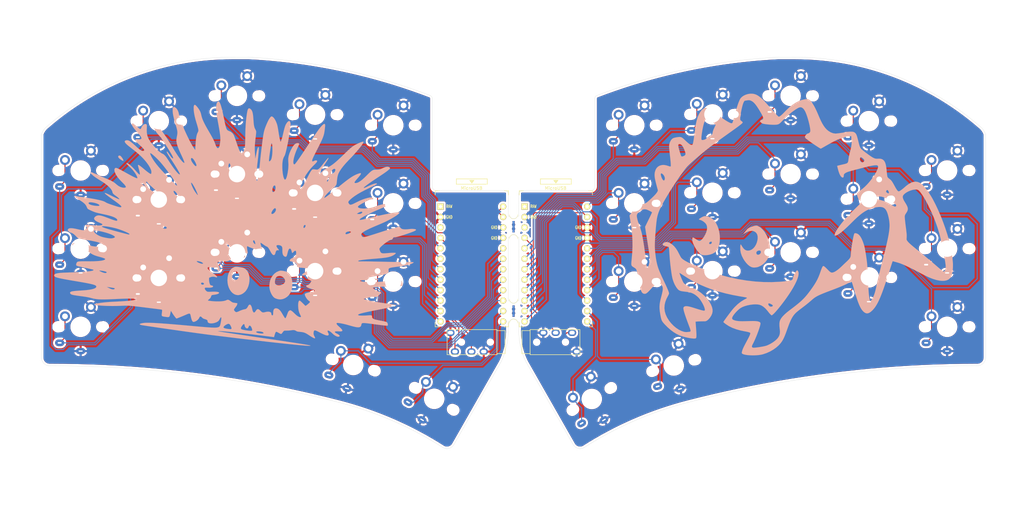
<source format=kicad_pcb>
(kicad_pcb (version 20211014) (generator pcbnew)
  (layers (0 "F.Cu" signal) (31 "B.Cu" signal) (34 "B.Paste" user) (35 "F.Paste" user) (36 "B.SilkS" user "B.Silkscreen") (37 "F.SilkS" user "F.Silkscreen") (38 "B.Mask" user) (39 "F.Mask" user) (44 "Edge.Cuts" user))
  (net 0 "")
  (net 1 "gnd")
  (net 2 "vcc")
  (net 3 "Switch18")
  (net 4 "reset")
  (net 5 "Switch1")
  (net 6 "Switch2")
  (net 7 "Switch3")
  (net 8 "Switch4")
  (net 9 "Switch5")
  (net 10 "Switch6")
  (net 11 "Switch7")
  (net 12 "Switch8")
  (net 13 "Switch9")
  (net 14 "Switch10")
  (net 15 "Switch11")
  (net 16 "Switch12")
  (net 17 "Switch13")
  (net 18 "Switch14")
  (net 19 "Switch15")
  (net 20 "Switch16")
  (net 21 "Switch17")
  (net 22 "raw")
  (net 23 "Switch18_r")
  (net 24 "reset_r")
  (net 25 "Switch9_r")
  (net 26 "Switch10_r")
  (net 27 "Switch11_r")
  (net 28 "Switch12_r")
  (net 29 "Switch13_r")
  (net 30 "Switch14_r")
  (net 31 "Switch15_r")
  (net 32 "Switch16_r")
  (net 33 "Switch17_r")
  (net 34 "Switch1_r")
  (net 35 "Switch2_r")
  (net 36 "Switch3_r")
  (net 37 "Switch4_r")
  (net 38 "Switch5_r")
  (net 39 "Switch6_r")
  (net 40 "Switch7_r")
  (net 41 "Switch8_r")
  (footprint "Kailh:keyswitch_cherrymx_alps_choc12_1u" (layer "F.Cu") (at 45 77)
    (fp_text reference "SW2" hide)
    (fp_text value "SW_Push" hide)
  )
  (footprint "Kailh:keyswitch_cherrymx_alps_choc12_1u" (layer "F.Cu") (at 64 65)
    (fp_text reference "SW3" hide)
    (fp_text value "SW_Push" hide)
  )
  (footprint "Kailh:keyswitch_cherrymx_alps_choc12_1u" (layer "F.Cu") (at 83 58.86)
    (fp_text reference "SW4" hide)
    (fp_text value "SW_Push" hide)
  )
  (footprint "Kailh:keyswitch_cherrymx_alps_choc12_1u" (layer "F.Cu") (at 101.994 63.432)
    (fp_text reference "SW5" hide)
    (fp_text value "SW_Push" hide)
  )
  (footprint "Kailh:keyswitch_cherrymx_alps_choc12_1u" (layer "F.Cu") (at 121 66)
    (fp_text reference "SW6" hide)
    (fp_text value "SW_Push" hide)
  )
  (footprint "Kailh:keyswitch_cherrymx_alps_choc12_1u" (layer "F.Cu") (at 45 96)
    (fp_text reference "SW8" hide)
    (fp_text value "SW_Push" hide)
  )
  (footprint "Kailh:keyswitch_cherrymx_alps_choc12_1u" (layer "F.Cu") (at 64 84.074)
    (fp_text reference "SW9" hide)
    (fp_text value "SW_Push" hide)
  )
  (footprint "Kailh:keyswitch_cherrymx_alps_choc12_1u" (layer "F.Cu") (at 83 77.878)
    (fp_text reference "SW10" hide)
    (fp_text value "SW_Push" hide)
  )
  (footprint "Kailh:keyswitch_cherrymx_alps_choc12_1u" (layer "F.Cu") (at 102 82.45)
    (fp_text reference "SW11" hide)
    (fp_text value "SW_Push" hide)
  )
  (footprint "Kailh:keyswitch_cherrymx_alps_choc12_1u" (layer "F.Cu") (at 120.98 84.99)
    (fp_text reference "SW12" hide)
    (fp_text value "SW_Push" hide)
  )
  (footprint "Kailh:keyswitch_cherrymx_alps_choc12_1u" (layer "F.Cu") (at 45 115)
    (fp_text reference "SW14" hide)
    (fp_text value "SW_Push" hide)
  )
  (footprint "Kailh:keyswitch_cherrymx_alps_choc12_1u" (layer "F.Cu") (at 64.008 103.124)
    (fp_text reference "SW15" hide)
    (fp_text value "SW_Push" hide)
  )
  (footprint "Kailh:keyswitch_cherrymx_alps_choc12_1u" (layer "F.Cu") (at 83 96.896)
    (fp_text reference "SW16" hide)
    (fp_text value "SW_Push" hide)
  )
  (footprint "Kailh:keyswitch_cherrymx_alps_choc12_1u" (layer "F.Cu") (at 102 101.468)
    (fp_text reference "SW17" hide)
    (fp_text value "SW_Push" hide)
  )
  (footprint "Kailh:keyswitch_cherrymx_alps_choc12_1u" (layer "F.Cu") (at 130.95 132.504 -30)
    (fp_text reference "SW20" hide)
    (fp_text value "SW_Push" hide)
  )
  (footprint "Kailh:keyswitch_cherrymx_alps_choc12_1u" (layer "F.Cu") (at 111.272 124.288 -15)
    (fp_text reference "SW21" hide)
    (fp_text value "SW_Push" hide)
  )
  (footprint "Kailh:keyswitch_cherrymx_alps_choc12_1u" (layer "F.Cu") (at 120.98 104.008)
    (fp_text reference "SW18" hide)
    (fp_text value "SW_Push" hide)
  )
  (footprint "kbd:ProMicro_v3_min" (layer "F.Cu") (at 140.094 100.246)
    (fp_text reference "U1" hide)
    (fp_text value "ProMicro-kbd" hide)
  )
  (footprint "Kailh:TRRS-PJ-DPB2" (layer "F.Cu") (at 154.26784 118.734 90)
    (fp_text reference "J1")
    (fp_text value "AudioJack4dpb" hide)
  )
  (footprint "Kailh:keyswitch_cherrymx_alps_choc12_1u" (layer "F.Cu") (at 198.58584 82.418)
    (fp_text reference "SW11_r1" hide)
    (fp_text value "SW_Push" hide)
  )
  (footprint "Kailh:keyswitch_cherrymx_alps_choc12_1u" (layer "F.Cu") (at 255.63184 115)
    (fp_text reference "SW13_r1" hide)
    (fp_text value "SW_Push" hide)
  )
  (footprint "Kailh:keyswitch_cherrymx_alps_choc12_1u" (layer "F.Cu") (at 217.58784 96.896)
    (fp_text reference "SW15_r1" hide)
    (fp_text value "SW_Push" hide)
  )
  (footprint "Kailh:keyswitch_cherrymx_alps_choc12_1u" (layer "F.Cu") (at 198.58584 101.468)
    (fp_text reference "SW16_r1" hide)
    (fp_text value "SW_Push" hide)
  )
  (footprint "Kailh:keyswitch_cherrymx_alps_choc12_1u" (layer "F.Cu") (at 198.58584 63.368)
    (fp_text reference "SW5_r1" hide)
    (fp_text value "SW_Push" hide)
  )
  (footprint "Kailh:keyswitch_cherrymx_alps_choc12_1u" (layer "F.Cu") (at 236.61384 65)
    (fp_text reference "SW3_r1" hide)
    (fp_text value "SW_Push" hide)
  )
  (footprint "Kailh:keyswitch_cherrymx_alps_choc12_1u" (layer "F.Cu") (at 217.58784 58.86)
    (fp_text reference "SW4_r1" hide)
    (fp_text value "SW_Push" hide)
  )
  (footprint "Kailh:keyswitch_cherrymx_alps_choc12_1u" (layer "F.Cu") (at 236.61384 83.974)
    (fp_text reference "SW8_r1" hide)
    (fp_text value "SW_Push" hide)
  )
  (footprint "Kailh:keyswitch_cherrymx_alps_choc12_1u" (layer "F.Cu") (at 217.58784 77.878)
    (fp_text reference "SW9_r1" hide)
    (fp_text value "SW_Push" hide)
  )
  (footprint "Kailh:keyswitch_cherrymx_alps_choc12_1u" (layer "F.Cu") (at 236.61384 102.992)
    (fp_text reference "SW18_r1" hide)
    (fp_text value "SW_Push" hide)
  )
  (footprint "Kailh:keyswitch_cherrymx_alps_choc12_1u" (layer "F.Cu") (at 179.58584 84.99)
    (fp_text reference "SW12_r1" hide)
    (fp_text value "SW_Push" hide)
  )
  (footprint "Kailh:keyswitch_cherrymx_alps_choc12_1u" (layer "F.Cu") (at 255.63184 96)
    (fp_text reference "SW7_r1" hide)
    (fp_text value "SW_Push" hide)
  )
  (footprint "Kailh:keyswitch_cherrymx_alps_choc12_1u" (layer "F.Cu") (at 255.63184 77)
    (fp_text reference "SW2_r1" hide)
    (fp_text value "SW_Push" hide)
  )
  (footprint "Kailh:keyswitch_cherrymx_alps_choc12_1u" (layer "F.Cu") (at 179.58584 66)
    (fp_text reference "SW6_r1" hide)
    (fp_text value "SW_Push" hide)
  )
  (footprint "Kailh:keyswitch_cherrymx_alps_choc12_1u" (layer "F.Cu") (at 169.251 132.542 30)
    (fp_text reference "SW20_r1" hide)
    (fp_text value "SW_Push" hide)
  )
  (footprint "Kailh:keyswitch_cherrymx_alps_choc12_1u" (layer "F.Cu") (at 179.58584 104.008)
    (fp_text reference "SW17_r1" hide)
    (fp_text value "SW_Push" hide)
  )
  (footprint "Kailh:keyswitch_cherrymx_alps_choc12_1u" (layer "F.Cu") (at 189.17984 124.41 15)
    (fp_text reference "SW21_r1" hide)
    (fp_text value "SW_Push" hide)
  )
  (footprint "kbd:ProMicro_v3_min" (layer "F.Cu") (at 160.51784 100.246)
    (fp_text reference "U2" hide)
    (fp_text value "ProMicro-kbd" hide)
  )
  (footprint "Duckyb-Parts:mouse-bite-5mm-slot-with-space-for-track" (layer "F.Cu") (at 150.241 90.678)
    (fp_text reference "mouse-bite-5mm-slot" hide)
    (fp_text value "VAL**" hide)
  )
  (footprint "Duckyb-Parts:mouse-bite-5mm-slot-with-space-for-track" (layer "F.Cu") (at 150.241 111.1885)
    (fp_text reference "mouse-bite-5mm-slot" hide)
    (fp_text value "VAL**" hide)
  )
  (footprint "Kailh:TRRS-PJ-DPB2" (layer "F.Cu") (at 146.19 118.734 -90)
    (fp_text reference "J2")
    (fp_text value "AudioJack4dpb" hide)
  )
  (footprint "silkscreens:unsafe_rust" (layer "B.Cu") (at 85.12 91.95 172)
    (fp_text reference "G***" hide)
    (fp_text value "LOGO" hide)
  )
  (footprint "silkscreens:safe_rust" (layer "B.Cu") (at 214.327152 84.867888 -171)
    (fp_text reference "G***" hide)
    (fp_text value "LOGO" hide)
  )
  (gr_arc (start 148.162 81.866) (mid 148.69233 82.08567) (end 148.912 82.616) (layer "Edge.Cuts") (width 0.05))
  (gr_line (start 148.912 93.218) (end 148.912 101.262) (layer "Edge.Cuts") (width 0.05))
  (gr_line (start 131.458 81.868917) (end 148.162 81.866) (layer "Edge.Cuts") (width 0.05))
  (gr_line (start 147.161679 123.613657) (end 135.71 143.699265) (layer "Edge.Cuts") (width 0.05))
  (gr_arc (start 148.924 116.248) (mid 148.462831 120.031316) (end 147.161679 123.613657) (layer "Edge.Cuts") (width 0.05))
  (gr_line (start 148.912 82.616) (end 148.924 88.11) (layer "Edge.Cuts") (width 0.05))
  (gr_line (start 149.2885 88.11) (end 148.924 88.11) (layer "Edge.Cuts") (width 0.05))
  (gr_line (start 149.2885 93.218) (end 148.912 93.218) (layer "Edge.Cuts") (width 0.05))
  (gr_line (start 149.2885 108.628) (end 148.924 108.628) (layer "Edge.Cuts") (width 0.05))
  (gr_line (start 149.2885 113.7285) (end 148.912 113.7285) (layer "Edge.Cuts") (width 0.05))
  (gr_line (start 148.912 101.262) (end 148.924 108.628) (layer "Edge.Cuts") (width 0.05))
  (gr_line (start 148.912 113.7285) (end 148.924 116.248) (layer "Edge.Cuts") (width 0.05))
  (gr_arc (start 131.458 81.868917) (mid 130.750893 81.576024) (end 130.458 80.868917) (layer "Edge.Cuts") (width 0.05))
  (gr_line (start 130.458 80.868917) (end 130.463 59.473) (layer "Edge.Cuts") (width 0.05))
  (gr_arc (start 35.465859 68.23732) (mid 36.022742 67.119147) (end 36.893 66.223) (layer "Edge.Cuts") (width 0.05))
  (gr_arc (start 85.843227 49.463504) (mid 108.303644 52.385453) (end 130.028245 58.79247) (layer "Edge.Cuts") (width 0.05))
  (gr_line (start 37.768 124.474571) (end 37.493002 124.473917) (layer "Edge.Cuts") (width 0.05))
  (gr_arc (start 107.797707 133.384137) (mid 120.821222 137.841207) (end 132.978 144.298) (layer "Edge.Cuts") (width 0.05))
  (gr_arc (start 37.768 124.474571) (mid 73.062993 126.727903) (end 107.798171 133.38233) (layer "Edge.Cuts") (width 0.05))
  (gr_arc (start 37.493002 124.473917) (mid 36.080534 123.924716) (end 35.458001 122.542999) (layer "Edge.Cuts") (width 0.05))
  (gr_arc (start 135.71 143.699265) (mid 134.468995 144.56898) (end 132.978 144.298) (layer "Edge.Cuts") (width 0.05))
  (gr_arc (start 130.028245 58.79247) (mid 130.345034 59.069226) (end 130.463 59.473) (layer "Edge.Cuts") (width 0.05))
  (gr_line (start 35.465859 68.23732) (end 35.458001 122.542999) (layer "Edge.Cuts") (width 0.05))
  (gr_line (start 85.843124 49.465561) (end 81.868 49.468) (layer "Edge.Cuts") (width 0.05))
  (gr_arc (start 36.894611 66.224861) (mid 57.871135 53.793316) (end 81.868 49.468) (layer "Edge.Cuts") (width 0.05))
  (gr_line (start 168.99984 81.868917) (end 152.29584 81.866) (layer "Edge.Cuts") (width 0.05))
  (gr_line (start 151.54584 113.7285) (end 151.53384 116.248) (layer "Edge.Cuts") (width 0.05))
  (gr_line (start 153.280536 123.57215) (end 164.74784 143.699265) (layer "Edge.Cuts") (width 0.05))
  (gr_line (start 264.991981 68.23732) (end 264.999839 122.542999) (layer "Edge.Cuts") (width 0.05))
  (gr_line (start 214.614716 49.465561) (end 218.58984 49.468) (layer "Edge.Cuts") (width 0.05))
  (gr_line (start 151.54584 101.262) (end 151.53384 108.628) (layer "Edge.Cuts") (width 0.05))
  (gr_arc (start 151.54584 82.616) (mid 151.76551 82.08567) (end 152.29584 81.866) (layer "Edge.Cuts") (width 0.05))
  (gr_line (start 151.54584 93.218) (end 151.54584 101.262) (layer "Edge.Cuts") (width 0.05))
  (gr_arc (start 167.47984 144.298) (mid 179.636618 137.841207) (end 192.660133 133.384137) (layer "Edge.Cuts") (width 0.05))
  (gr_arc (start 218.58984 49.468) (mid 242.586705 53.793316) (end 263.563229 66.224861) (layer "Edge.Cuts") (width 0.05))
  (gr_arc (start 192.659669 133.38233) (mid 227.394847 126.727903) (end 262.68984 124.474571) (layer "Edge.Cuts") (width 0.05))
  (gr_arc (start 167.47984 144.298) (mid 165.988845 144.56898) (end 164.74784 143.699265) (layer "Edge.Cuts") (width 0.05))
  (gr_arc (start 153.280536 123.57215) (mid 151.990927 120.009347) (end 151.53384 116.248) (layer "Edge.Cuts") (width 0.05))
  (gr_line (start 151.54584 82.616) (end 151.53384 88.11) (layer "Edge.Cuts") (width 0.05))
  (gr_arc (start 169.99984 80.868917) (mid 169.706947 81.576024) (end 168.99984 81.868917) (layer "Edge.Cuts") (width 0.05))
  (gr_line (start 169.99984 80.868917) (end 169.99484 59.473) (layer "Edge.Cuts") (width 0.05))
  (gr_arc (start 263.56484 66.223) (mid 264.435099 67.119147) (end 264.991981 68.23732) (layer "Edge.Cuts") (width 0.05))
  (gr_arc (start 170.429595 58.79247) (mid 192.154196 52.385453) (end 214.614613 49.463504) (layer "Edge.Cuts") (width 0.05))
  (gr_line (start 262.68984 124.474571) (end 262.964838 124.473917) (layer "Edge.Cuts") (width 0.05))
  (gr_arc (start 264.999839 122.542999) (mid 264.377307 123.924716) (end 262.964838 124.473917) (layer "Edge.Cuts") (width 0.05))
  (gr_arc (start 169.99484 59.473) (mid 170.112806 59.069226) (end 170.429595 58.79247) (layer "Edge.Cuts") (width 0.05))
  (gr_line (start 151.53384 88.11) (end 151.1935 88.11) (layer "Edge.Cuts") (width 0.05))
  (gr_arc (start 151.193499 108.628) (mid 150.241 109.285937) (end 149.288501 108.627999) (layer "Edge.Cuts") (width 0.05))
  (gr_line (start 151.54584 113.7285) (end 151.1935 113.7285) (layer "Edge.Cuts") (width 0.05))
  (gr_line (start 151.54584 93.218) (end 151.1935 93.218) (layer "Edge.Cuts") (width 0.05))
  (gr_arc (start 149.288501 113.7285) (mid 150.241 113.083627) (end 151.193499 113.728501) (layer "Edge.Cuts") (width 0.05))
  (gr_arc (start 149.288501 93.218) (mid 150.241 92.573127) (end 151.193499 93.218001) (layer "Edge.Cuts") (width 0.05))
  (gr_arc (start 151.193499 88.11) (mid 150.241 88.772807) (end 149.288501 88.109999) (layer "Edge.Cuts") (width 0.05))
  (gr_line (start 151.53384 108.628) (end 151.1935 108.628) (layer "Edge.Cuts") (width 0.05))
  (segment (start 154.59 95.06876) (end 152.90924 93.388) (width 0.25) (layer "F.Cu") (net 2))
  (segment (start 135.99 118.08) (end 136.92 117.15) (width 0.25) (layer "F.Cu") (net 2))
  (segment (start 155.29 119.99) (end 154.59 119.29) (width 0.25) (layer "F.Cu") (net 2))
  (segment (start 134.19 112.3) (end 134.19 95.0926) (width 0.25) (layer "F.Cu") (net 2))
  (segment (start 159.65 119.99) (end 155.29 119.99) (width 0.25) (layer "F.Cu") (net 2))
  (segment (start 164.46784 116.434) (end 163.206 116.434) (width 0.25) (layer "F.Cu") (net 2))
  (segment (start 134.19 95.0926) (end 132.4854 93.388) (width 0.25) (layer "F.Cu") (net 2))
  (segment (start 136.92 117.15) (end 136.92 115.03) (width 0.25) (layer "F.Cu") (net 2))
  (segment (start 136.92 115.03) (end 134.19 112.3) (width 0.25) (layer "F.Cu") (net 2))
  (segment (start 135.99 121.034) (end 135.99 118.08) (width 0.25) (layer "F.Cu") (net 2))
  (segment (start 163.206 116.434) (end 159.65 119.99) (width 0.25) (layer "F.Cu") (net 2))
  (segment (start 154.59 119.29) (end 154.59 95.06876) (width 0.25) (layer "F.Cu") (net 2))
  (segment (start 139.99 117.463604) (end 139.99 121.034) (width 0.25) (layer "F.Cu") (net 3))
  (segment (start 146.6637 87.2663) (end 135.0437 87.2663) (width 0.25) (layer "F.Cu") (net 3))
  (segment (start 147.7054 88.308) (end 146.6637 87.2663) (width 0.25) (layer "F.Cu") (net 3))
  (segment (start 134.64 112.113604) (end 139.99 117.463604) (width 0.25) (layer "F.Cu") (net 3))
  (segment (start 135.0437 87.2663) (end 134.64 87.67) (width 0.25) (layer "F.Cu") (net 3))
  (segment (start 134.64 87.67) (end 134.64 112.113604) (width 0.25) (layer "F.Cu") (net 3))
  (segment (start 41.2 74.45) (end 41.2 79.6) (width 0.25) (layer "F.Cu") (net 5))
  (segment (start 41.2 79.6) (end 39.9 80.9) (width 0.25) (layer "F.Cu") (net 5))
  (segment (start 38.01 93.323604) (end 39.9 91.433604) (width 0.25) (layer "B.Cu") (net 5))
  (segment (start 58.30299 108.53) (end 57.93299 108.9) (width 0.25) (layer "B.Cu") (net 5))
  (segment (start 88.813602 104.59) (end 85.469602 101.246) (width 0.25) (layer "B.Cu") (net 5))
  (segment (start 116.15 109.1) (end 115.03 109.1) (width 0.25) (layer "B.Cu") (net 5))
  (segment (start 59.72 108.53) (end 58.30299 108.53) (width 0.25) (layer "B.Cu") (net 5))
  (segment (start 57.59 109.24) (end 57.59 110.359398) (width 0.25) (layer "B.Cu") (net 5))
  (segment (start 116.40501 116.533406) (end 116.40501 109.35501) (width 0.25) (layer "B.Cu") (net 5))
  (segment (start 38.01 119.49) (end 38.01 93.323604) (width 0.25) (layer "B.Cu") (net 5))
  (segment (start 39.03 120.51) (end 38.01 119.49) (width 0.25) (layer "B.Cu") (net 5))
  (segment (start 71.342792 105.59) (end 68.732792 105.59) (width 0.25) (layer "B.Cu") (net 5))
  (segment (start 66.848792 107.474) (end 60.776 107.474) (width 0.25) (layer "B.Cu") (net 5))
  (segment (start 98.588 106.56) (end 95.86 106.56) (width 0.25) (layer "B.Cu") (net 5))
  (segment (start 115.03 109.1) (end 111.748 105.818) (width 0.25) (layer "B.Cu") (net 5))
  (segment (start 147.7054 108.628) (end 146.144792 108.628) (width 0.25) (layer "B.Cu") (net 5))
  (segment (start 119.955604 120.084) (end 116.40501 116.533406) (width 0.25) (layer "B.Cu") (net 5))
  (segment (start 41.94 119.35) (end 40.78 120.51) (width 0.25) (layer "B.Cu") (net 5))
  (segment (start 146.144792 108.628) (end 134.688792 120.084) (width 0.25) (layer "B.Cu") (net 5))
  (segment (start 116.40501 109.35501) (end 116.15 109.1) (width 0.25) (layer "B.Cu") (net 5))
  (segment (start 79.14501 101.99) (end 74.942792 101.99) (width 0.25) (layer "B.Cu") (net 5))
  (segment (start 134.688792 120.084) (end 119.955604 120.084) (width 0.25) (layer "B.Cu") (net 5))
  (segment (start 57.59 110.359398) (end 48.599398 119.35) (width 0.25) (layer "B.Cu") (net 5))
  (segment (start 48.599398 119.35) (end 41.94 119.35) (width 0.25) (layer "B.Cu") (net 5))
  (segment (start 79.88901 101.246) (end 79.14501 101.99) (width 0.25) (layer "B.Cu") (net 5))
  (segment (start 57.93299 108.9) (end 57.93 108.9) (width 0.25) (layer "B.Cu") (net 5))
  (segment (start 57.93 108.9) (end 57.59 109.24) (width 0.25) (layer "B.Cu") (net 5))
  (segment (start 93.89 104.59) (end 88.813602 104.59) (width 0.25) (layer "B.Cu") (net 5))
  (segment (start 99.33 105.818) (end 98.588 106.56) (width 0.25) (layer "B.Cu") (net 5))
  (segment (start 40.78 120.51) (end 39.03 120.51) (width 0.25) (layer "B.Cu") (net 5))
  (segment (start 95.86 106.56) (end 93.89 104.59) (width 0.25) (layer "B.Cu") (net 5))
  (segment (start 85.469602 101.246) (end 79.88901 101.246) (width 0.25) (layer "B.Cu") (net 5))
  (segment (start 68.732792 105.59) (end 66.848792 107.474) (width 0.25) (layer "B.Cu") (net 5))
  (segment (start 74.942792 101.99) (end 71.342792 105.59) (width 0.25) (layer "B.Cu") (net 5))
  (segment (start 111.748 105.818) (end 99.33 105.818) (width 0.25) (layer "B.Cu") (net 5))
  (segment (start 39.9 91.433604) (end 39.9 80.9) (width 0.25) (layer "B.Cu") (net 5))
  (segment (start 60.776 107.474) (end 59.72 108.53) (width 0.25) (layer "B.Cu") (net 5))
  (segment (start 60.2 62.45) (end 60.2 67.6) (width 0.25) (layer "F.Cu") (net 6))
  (segment (start 60.2 67.6) (end 58.9 68.9) (width 0.25) (layer "F.Cu") (net 6))
  (segment (start 66.912406 70.04601) (end 98.335218 70.04601) (width 0.25) (layer "B.Cu") (net 6))
  (segment (start 129.92 84.615188) (end 129.92 100.9826) (width 0.25) (layer "B.Cu") (net 6))
  (segment (start 100.309236 72.020028) (end 113.673192 72.020028) (width 0.25) (layer "B.Cu") (net 6))
  (segment (start 98.335218 70.04601) (end 100.309236 72.020028) (width 0.25) (layer "B.Cu") (net 6))
  (segment (start 129.92 100.9826) (end 132.4854 103.548) (width 0.25) (layer "B.Cu") (net 6))
  (segment (start 113.6732 72.02002) (end 117.171208 75.518028) (width 0.25) (layer "B.Cu") (net 6))
  (segment (start 58.9 68.9) (end 65.766396 68.9) (width 0.25) (layer "B.Cu") (net 6))
  (segment (start 65.766396 68.9) (end 66.912406 70.04601) (width 0.25) (layer "B.Cu") (net 6))
  (segment (start 113.673192 72.020028) (end 113.6732 72.02002) (width 0.25) (layer "B.Cu") (net 6))
  (segment (start 125.424799 75.518029) (end 128.428972 78.522202) (width 0.25) (layer "B.Cu") (net 6))
  (segment (start 128.428972 78.522202) (end 128.428973 83.124161) (width 0.25) (layer "B.Cu") (net 6))
  (segment (start 117.171208 75.518028) (end 125.424799 75.518029) (width 0.25) (layer "B.Cu") (net 6))
  (segment (start 128.428973 83.124161) (end 129.92 84.615188) (width 0.25) (layer "B.Cu") (net 6))
  (segment (start 79.2 56.31) (end 79.2 61.46) (width 0.25) (layer "F.Cu") (net 7))
  (segment (start 79.2 61.46) (end 77.9 62.76) (width 0.25) (layer "F.Cu") (net 7))
  (segment (start 98.521604 69.596) (end 100.495614 71.57001) (width 0.25) (layer "B.Cu") (net 7))
  (segment (start 100.495614 71.57001) (end 113.8596 71.57001) (width 0.25) (layer "B.Cu") (net 7))
  (segment (start 77.9 62.76) (end 84.736 69.596) (width 0.25) (layer "B.Cu") (net 7))
  (segment (start 125.6112 75.06802) (end 128.878982 78.335802) (width 0.25) (layer "B.Cu") (net 7))
  (segment (start 128.878982 78.335802) (end 128.878982 82.937774) (width 0.25) (layer "B.Cu") (net 7))
  (segment (start 128.878982 82.937774) (end 130.37 84.428792) (width 0.25) (layer "B.Cu") (net 7))
  (segment (start 130.37 98.8926) (end 132.4854 101.008) (width 0.25) (layer "B.Cu") (net 7))
  (segment (start 130.37 84.428792) (end 130.37 98.8926) (width 0.25) (layer "B.Cu") (net 7))
  (segment (start 113.8596 71.57001) (end 117.357609 75.068019) (width 0.25) (layer "B.Cu") (net 7))
  (segment (start 117.357609 75.068019) (end 125.6112 75.06802) (width 0.25) (layer "B.Cu") (net 7))
  (segment (start 84.736 69.596) (end 98.521604 69.596) (width 0.25) (layer "B.Cu") (net 7))
  (segment (start 98.194 60.882) (end 98.194 66.032) (width 0.25) (layer "F.Cu") (net 8))
  (segment (start 98.194 66.032) (end 96.894 67.332) (width 0.25) (layer "F.Cu") (net 8))
  (segment (start 129.328991 78.149401) (end 129.328991 82.751387) (width 0.25) (layer "B.Cu") (net 8))
  (segment (start 129.328991 82.751387) (end 130.82 84.242396) (width 0.25) (layer "B.Cu") (net 8))
  (segment (start 114.046 71.12) (end 117.54401 74.61801) (width 0.25) (layer "B.Cu") (net 8))
  (segment (start 130.82 84.242396) (end 130.82 96.8026) (width 0.25) (layer "B.Cu") (net 8))
  (segment (start 96.894 67.332) (end 100.682 71.12) (width 0.25) (layer "B.Cu") (net 8))
  (segment (start 117.54401 74.61801) (end 125.7976 74.61801) (width 0.25) (layer "B.Cu") (net 8))
  (segment (start 100.682 71.12) (end 114.046 71.12) (width 0.25) (layer "B.Cu") (net 8))
  (segment (start 130.82 96.8026) (end 132.4854 98.468) (width 0.25) (layer "B.Cu") (net 8))
  (segment (start 125.7976 74.61801) (end 129.328991 78.149401) (width 0.25) (layer "B.Cu") (net 8))
  (segment (start 117.2 68.6) (end 115.9 69.9) (width 0.25) (layer "F.Cu") (net 9))
  (segment (start 117.2 63.45) (end 117.2 68.6) (width 0.25) (layer "F.Cu") (net 9))
  (segment (start 115.9 69.9) (end 115.9 72.337604) (width 0.25) (layer "B.Cu") (net 9))
  (segment (start 119.118 74.168) (end 125.984 74.168) (width 0.25) (layer "B.Cu") (net 9))
  (segment (start 115.9 72.337604) (end 117.730406 74.16801) (width 0.25) (layer "B.Cu") (net 9))
  (segment (start 131.27 84.056) (end 131.27 94.7126) (width 0.25) (layer "B.Cu") (net 9))
  (segment (start 129.794 82.58) (end 131.27 84.056) (width 0.25) (layer "B.Cu") (net 9))
  (segment (start 117.730406 74.16801) (end 119.11799 74.16801) (width 0.25) (layer "B.Cu") (net 9))
  (segment (start 129.794 77.978) (end 129.794 82.58) (width 0.25) (layer "B.Cu") (net 9))
  (segment (start 131.27 94.7126) (end 132.4854 95.928) (width 0.25) (layer "B.Cu") (net 9))
  (segment (start 125.984 74.168) (end 129.794 77.978) (width 0.25) (layer "B.Cu") (net 9))
  (segment (start 119.11799 74.16801) (end 119.118 74.168) (width 0.25) (layer "B.Cu") (net 9))
  (segment (start 41.2 93.45) (end 41.2 98.6) (width 0.25) (layer "F.Cu") (net 10))
  (segment (start 41.2 98.6) (end 39.9 99.9) (width 0.25) (layer "F.Cu") (net 10))
  (segment (start 113.486812 72.470028) (end 116.984812 75.968028) (width 0.25) (layer "B.Cu") (net 10))
  (segment (start 129.47 103.0726) (end 132.4854 106.088) (width 0.25) (layer "B.Cu") (net 10))
  (segment (start 98.148822 70.49601) (end 100.12284 72.470028) (width 0.25) (layer "B.Cu") (net 10))
  (segment (start 125.238402 75.968028) (end 127.978972 78.708598) (width 0.25) (layer "B.Cu") (net 10))
  (segment (start 41.92 81.48) (end 50.12 81.48) (width 0.25) (layer "B.Cu") (net 10))
  (segment (start 41.2 93.45) (end 40.35 92.6) (width 0.25) (layer "B.Cu") (net 10))
  (segment (start 66.72601 70.49601) (end 98.148822 70.49601) (width 0.25) (layer "B.Cu") (net 10))
  (segment (start 40.35 83.05) (end 41.92 81.48) (width 0.25) (layer "B.Cu") (net 10))
  (segment (start 62.25 69.35) (end 65.58 69.35) (width 0.25) (layer "B.Cu") (net 10))
  (segment (start 116.984812 75.968028) (end 125.238402 75.968028) (width 0.25) (layer "B.Cu") (net 10))
  (segment (start 127.978972 78.708598) (end 127.978973 83.310557) (width 0.25) (layer "B.Cu") (net 10))
  (segment (start 50.12 81.48) (end 62.25 69.35) (width 0.25) (layer "B.Cu") (net 10))
  (segment (start 129.47 84.801584) (end 129.47 103.0726) (width 0.25) (layer "B.Cu") (net 10))
  (segment (start 40.35 92.6) (end 40.35 83.05) (width 0.25) (layer "B.Cu") (net 10))
  (segment (start 127.978973 83.310557) (end 129.47 84.801584) (width 0.25) (layer "B.Cu") (net 10))
  (segment (start 100.12284 72.470028) (end 113.486812 72.470028) (width 0.25) (layer "B.Cu") (net 10))
  (segment (start 65.58 69.35) (end 66.72601 70.49601) (width 0.25) (layer "B.Cu") (net 10))
  (segment (start 60.2 81.524) (end 60.2 86.674) (width 0.25) (layer "F.Cu") (net 11))
  (segment (start 60.2 86.674) (end 58.9 87.974) (width 0.25) (layer "F.Cu") (net 11))
  (segment (start 90.979986 81.328) (end 94.125993 84.474007) (width 0.25) (layer "B.Cu") (net 11))
  (segment (start 99.304386 85.96799) (end 101.17797 85.96799) (width 0.25) (layer "B.Cu") (net 11))
  (segment (start 79.878 81.328) (end 90.979986 81.328) (width 0.25) (layer "B.Cu") (net 11))
  (segment (start 129.02 105.1626) (end 132.4854 108.628) (width 0.25) (layer "B.Cu") (net 11))
  (segment (start 69.216 87.974) (end 76.93 80.26) (width 0.25) (layer "B.Cu") (net 11))
  (segment (start 106.5448 85.96798) (end 114.03341 93.45659) (width 0.25) (layer "B.Cu") (net 11))
  (segment (start 101.17797 85.96799) (end 101.17798 85.96798) (width 0.25) (layer "B.Cu") (net 11))
  (segment (start 97.810403 84.474007) (end 99.304386 85.96799) (width 0.25) (layer "B.Cu") (net 11))
  (segment (start 94.125993 84.474007) (end 97.810403 84.474007) (width 0.25) (layer "B.Cu") (net 11))
  (segment (start 114.03341 93.45659) (end 127.544959 93.45659) (width 0.25) (layer "B.Cu") (net 11))
  (segment (start 127.544959 93.45659) (end 129.02 94.931631) (width 0.25) (layer "B.Cu") (net 11))
  (segment (start 78.81 80.26) (end 79.878 81.328) (width 0.25) (layer "B.Cu") (net 11))
  (segment (start 129.02 94.931631) (end 129.02 105.1626) (width 0.25) (layer "B.Cu") (net 11))
  (segment (start 58.9 87.974) (end 69.216 87.974) (width 0.25) (layer "B.Cu") (net 11))
  (segment (start 101.17798 85.96798) (end 106.5448 85.96798) (width 0.25) (layer "B.Cu") (net 11))
  (segment (start 76.93 80.26) (end 78.81 80.26) (width 0.25) (layer "B.Cu") (net 11))
  (segment (start 79.2 80.478) (end 77.9 81.778) (width 0.25) (layer "F.Cu") (net 12))
  (segment (start 79.2 75.328) (end 79.2 80.478) (width 0.25) (layer "F.Cu") (net 12))
  (segment (start 77.9 81.778) (end 90.79359 81.778) (width 0.25) (layer "B.Cu") (net 12))
  (segment (start 127.358563 93.90659) (end 128.57 95.118027) (width 0.25) (layer "B.Cu") (net 12))
  (segment (start 113.847 93.90659) (end 127.358563 93.90659) (width 0.25) (layer "B.Cu") (net 12))
  (segment (start 99.11799 86.41799) (end 106.3584 86.41799) (width 0.25) (layer "B.Cu") (net 12))
  (segment (start 106.3584 86.41799) (end 113.847 93.90659) (width 0.25) (layer "B.Cu") (net 12))
  (segment (start 97.624007 84.924007) (end 99.11799 86.41799) (width 0.25) (layer "B.Cu") (net 12))
  (segment (start 128.57 95.118027) (end 128.57 107.2526) (width 0.25) (layer "B.Cu") (net 12))
  (segment (start 128.57 107.2526) (end 132.4854 111.168) (width 0.25) (layer "B.Cu") (net 12))
  (segment (start 93.939597 84.924007) (end 97.624007 84.924007) (width 0.25) (layer "B.Cu") (net 12))
  (segment (start 90.79359 81.778) (end 93.939597 84.924007) (width 0.25) (layer "B.Cu") (net 12))
  (segment (start 98.2 79.9) (end 98.2 85.05) (width 0.25) (layer "F.Cu") (net 13))
  (segment (start 98.2 85.05) (end 96.9 86.35) (width 0.25) (layer "F.Cu") (net 13))
  (segment (start 97.418 86.868) (end 106.172 86.868) (width 0.25) (layer "B.Cu") (net 13))
  (segment (start 96.9 86.35) (end 97.418 86.868) (width 0.25) (layer "B.Cu") (net 13))
  (segment (start 106.172 86.868) (end 113.66059 94.35659) (width 0.25) (layer "B.Cu") (net 13))
  (segment (start 128.12 95.304423) (end 128.12 109.3426) (width 0.25) (layer "B.Cu") (net 13))
  (segment (start 113.66059 94.35659) (end 127.172167 94.35659) (width 0.25) (layer "B.Cu") (net 13))
  (segment (start 128.12 109.3426) (end 132.4854 113.708) (width 0.25) (layer "B.Cu") (net 13))
  (segment (start 127.172167 94.35659) (end 128.12 95.304423) (width 0.25) (layer "B.Cu") (net 13))
  (segment (start 131.79 92.14) (end 133.15 92.14) (width 0.25) (layer "F.Cu") (net 14))
  (segment (start 134.19 87.483604) (end 134.857304 86.8163) (width 0.25) (layer "F.Cu") (net 14))
  (segment (start 117.18 82.44) (end 117.18 87.59) (width 0.25) (layer "F.Cu") (net 14))
  (segment (start 117.18 87.59) (end 115.88 88.89) (width 0.25) (layer "F.Cu") (net 14))
  (segment (start 128.54 88.89) (end 131.79 92.14) (width 0.25) (layer "F.Cu") (net 14))
  (segment (start 146.6571 86.8163) (end 147.7054 85.768) (width 0.25) (layer "F.Cu") (net 14))
  (segment (start 134.19 91.1) (end 134.19 87.483604) (width 0.25) (layer "F.Cu") (net 14))
  (segment (start 134.857304 86.8163) (end 146.6571 86.8163) (width 0.25) (layer "F.Cu") (net 14))
  (segment (start 115.88 88.89) (end 128.54 88.89) (width 0.25) (layer "F.Cu") (net 14))
  (segment (start 133.15 92.14) (end 134.19 91.1) (width 0.25) (layer "F.Cu") (net 14))
  (segment (start 41.2 117.6) (end 39.9 118.9) (width 0.25) (layer "F.Cu") (net 15))
  (segment (start 41.2 112.45) (end 41.2 117.6) (width 0.25) (layer "F.Cu") (net 15))
  (segment (start 79.188 99) (end 76.66 99) (width 0.25) (layer "B.Cu") (net 15))
  (segment (start 57.14 106.38) (end 57.14 110.173002) (width 0.25) (layer "B.Cu") (net 15))
  (segment (start 76.66 99) (end 70.97 104.69) (width 0.25) (layer "B.Cu") (net 15))
  (segment (start 99.70282 104.018) (end 98.924802 103.239982) (width 0.25) (layer "B.Cu") (net 15))
  (segment (start 59.82 105.54) (end 57.98 105.54) (width 0.25) (layer "B.Cu") (net 15))
  (segment (start 68.36 104.69) (end 66.47601 106.57399) (width 0.25) (layer "B.Cu") (net 15))
  (segment (start 66.47601 106.57399) (end 60.85399 106.57399) (width 0.25) (layer "B.Cu") (net 15))
  (segment (start 143.97 99.6634) (end 143.97 107.620812) (width 0.25) (layer "B.Cu") (net 15))
  (segment (start 112.493584 104.018) (end 99.70282 104.018) (width 0.25) (layer "B.Cu") (net 15))
  (segment (start 118.655038 106.882804) (end 117.205194 105.43296) (width 0.25) (layer "B.Cu") (net 15))
  (segment (start 143.97 107.620812) (end 137.530812 114.06) (width 0.25) (layer "B.Cu") (net 15))
  (segment (start 113.908544 105.43296) (end 112.493584 104.018) (width 0.25) (layer "B.Cu") (net 15))
  (segment (start 57.98 105.54) (end 57.14 106.38) (width 0.25) (layer "B.Cu") (net 15))
  (segment (start 137.530812 114.06) (end 133.977208 114.06) (width 0.25) (layer "B.Cu") (net 15))
  (segment (start 120.8876 117.83396) (end 118.655038 115.601398) (width 0.25) (layer "B.Cu") (net 15))
  (segment (start 57.14 110.173002) (end 48.413002 118.9) (width 0.25) (layer "B.Cu") (net 15))
  (segment (start 89.398392 103.239982) (end 86.054391 99.895981) (width 0.25) (layer "B.Cu") (net 15))
  (segment (start 86.054391 99.895981) (end 80.08398 99.89598) (width 0.25) (layer "B.Cu") (net 15))
  (segment (start 117.205194 105.43296) (end 113.908544 105.43296) (width 0.25) (layer "B.Cu") (net 15))
  (segment (start 60.85399 106.57399) (end 59.82 105.54) (width 0.25) (layer "B.Cu") (net 15))
  (segment (start 118.655038 115.601398) (end 118.655038 106.882804) (width 0.25) (layer "B.Cu") (net 15))
  (segment (start 70.97 104.69) (end 68.36 104.69) (width 0.25) (layer "B.Cu") (net 15))
  (segment (start 80.08398 99.89598) (end 79.188 99) (width 0.25) (layer "B.Cu") (net 15))
  (segment (start 98.924802 103.239982) (end 89.398392 103.239982) (width 0.25) (layer "B.Cu") (net 15))
  (segment (start 147.7054 95.928) (end 143.97 99.6634) (width 0.25) (layer "B.Cu") (net 15))
  (segment (start 133.977208 114.06) (end 130.203248 117.83396) (width 0.25) (layer "B.Cu") (net 15))
  (segment (start 48.413002 118.9) (end 39.9 118.9) (width 0.25) (layer "B.Cu") (net 15))
  (segment (start 130.203248 117.83396) (end 120.8876 117.83396) (width 0.25) (layer "B.Cu") (net 15))
  (segment (start 60.208 105.724) (end 58.908 107.024) (width 0.25) (layer "F.Cu") (net 16))
  (segment (start 60.208 100.574) (end 60.208 105.724) (width 0.25) (layer "F.Cu") (net 16))
  (segment (start 117.018794 105.88297) (end 113.722158 105.88297) (width 0.25) (layer "B.Cu") (net 16))
  (segment (start 112.307188 104.468) (end 99.516396 104.468) (width 0.25) (layer "B.Cu") (net 16))
  (segment (start 99.309205 104.260795) (end 98.738401 103.689991) (width 0.25) (layer "B.Cu") (net 16))
  (segment (start 118.205028 107.069206) (end 117.018794 105.88297) (width 0.25) (layer "B.Cu") (net 16))
  (segment (start 99.516396 104.468) (end 99.309205 104.260809) (width 0.25) (layer "B.Cu") (net 16))
  (segment (start 147.7054 98.468) (end 144.42 101.7534) (width 0.25) (layer "B.Cu") (net 16))
  (segment (start 79.60499 100.13097) (end 79.14501 99.67099) (width 0.25) (layer "B.Cu") (net 16))
  (segment (start 144.42 101.7534) (end 144.42 107.807208) (width 0.25) (layer "B.Cu") (net 16))
  (segment (start 120.7012 118.28397) (end 118.205028 115.787798) (width 0.25) (layer "B.Cu") (net 16))
  (segment (start 134.163604 114.51) (end 130.389624 118.28398) (width 0.25) (layer "B.Cu") (net 16))
  (segment (start 134.53 114.51) (end 134.163604 114.51) (width 0.25) (layer "B.Cu") (net 16))
  (segment (start 130.154602 118.28397) (end 120.7012 118.28397) (width 0.25) (layer "B.Cu") (net 16))
  (segment (start 144.42 107.807208) (end 137.717208 114.51) (width 0.25) (layer "B.Cu") (net 16))
  (segment (start 118.205028 115.787798) (end 118.205028 107.069206) (width 0.25) (layer "B.Cu") (net 16))
  (segment (start 76.846396 99.45) (end 71.156396 105.14) (width 0.25) (layer "B.Cu") (net 16))
  (segment (start 99.309205 104.260809) (end 99.309205 104.260795) (width 0.25) (layer "B.Cu") (net 16))
  (segment (start 78.93 99.45) (end 76.846396 99.45) (width 0.25) (layer "B.Cu") (net 16))
  (segment (start 98.738401 103.689991) (end 89.21199 103.68999) (width 0.25) (layer "B.Cu") (net 16))
  (segment (start 66.662396 107.024) (end 58.908 107.024) (width 0.25) (layer "B.Cu") (net 16))
  (segment (start 85.86799 100.34599) (end 79.81599 100.34599) (width 0.25) (layer "B.Cu") (net 16))
  (segment (start 79.81599 100.34599) (end 79.60499 100.13499) (width 0.25) (layer "B.Cu") (net 16))
  (segment (start 79.14501 99.66501) (end 78.93 99.45) (width 0.25) (layer "B.Cu") (net 16))
  (segment (start 71.156396 105.14) (end 68.546396 105.14) (width 0.25) (layer "B.Cu") (net 16))
  (segment (start 68.546396 105.14) (end 66.662396 107.024) (width 0.25) (layer "B.Cu") (net 16))
  (segment (start 79.14501 99.67099) (end 79.14501 99.66501) (width 0.25) (layer "B.Cu") (net 16))
  (segment (start 137.717208 114.51) (end 134.53 114.51) (width 0.25) (layer "B.Cu") (net 16))
  (segment (start 130.389624 118.28398) (end 130.17 118.28398) (width 0.25) (layer "B.Cu") (net 16))
  (segment (start 79.60499 100.13499) (end 79.60499 100.13097) (width 0.25) (layer "B.Cu") (net 16))
  (segment (start 89.21199 103.68999) (end 85.86799 100.34599) (width 0.25) (layer "B.Cu") (net 16))
  (segment (start 113.722158 105.88297) (end 112.307188 104.468) (width 0.25) (layer "B.Cu") (net 16))
  (segment (start 79.2 94.346) (end 79.2 99.496) (width 0.25) (layer "F.Cu") (net 17))
  (segment (start 79.2 99.496) (end 77.9 100.796) (width 0.25) (layer "F.Cu") (net 17))
  (segment (start 137.903604 114.96) (end 144.87 107.993604) (width 0.25) (layer "B.Cu") (net 17))
  (segment (start 112.120792 104.918) (end 113.535772 106.33298) (width 0.25) (layer "B.Cu") (net 17))
  (segment (start 98.552 104.14) (end 99.33 104.918) (width 0.25) (layer "B.Cu") (net 17))
  (segment (start 120.5148 118.73398) (end 130.57602 118.73398) (width 0.25) (layer "B.Cu") (net 17))
  (segment (start 99.33 104.918) (end 112.120792 104.918) (width 0.25) (layer "B.Cu") (net 17))
  (segment (start 144.87 107.993604) (end 144.87 103.8434) (width 0.25) (layer "B.Cu") (net 17))
  (segment (start 88.999998 104.14) (end 98.552 104.14) (width 0.25) (layer "B.Cu") (net 17))
  (segment (start 113.535772 106.33298) (end 116.832394 106.33298) (width 0.25) (layer "B.Cu") (net 17))
  (segment (start 77.9 100.796) (end 85.655998 100.796) (width 0.25) (layer "B.Cu") (net 17))
  (segment (start 134.35 114.96) (end 137.903604 114.96) (width 0.25) (layer "B.Cu") (net 17))
  (segment (start 117.75502 115.9742) (end 120.5148 118.73398) (width 0.25) (layer "B.Cu") (net 17))
  (segment (start 116.832394 106.33298) (end 117.755019 107.255605) (width 0.25) (layer "B.Cu") (net 17))
  (segment (start 117.755019 107.255605) (end 117.75502 115.9742) (width 0.25) (layer "B.Cu") (net 17))
  (segment (start 130.57602 118.73398) (end 134.35 114.96) (width 0.25) (layer "B.Cu") (net 17))
  (segment (start 144.87 103.8434) (end 147.7054 101.008) (width 0.25) (layer "B.Cu") (net 17))
  (segment (start 85.655998 100.796) (end 88.999998 104.14) (width 0.25) (layer "B.Cu") (net 17))
  (segment (start 98.2 104.068) (end 96.9 105.368) (width 0.25) (layer "F.Cu") (net 18))
  (segment (start 98.2 98.918) (end 98.2 104.068) (width 0.25) (layer "F.Cu") (net 18))
  (segment (start 145.32 108.18) (end 134.31601 119.18399) (width 0.25) (layer "B.Cu") (net 18))
  (segment (start 147.7054 103.548) (end 145.32 105.9334) (width 0.25) (layer "B.Cu") (net 18))
  (segment (start 111.934396 105.368) (end 96.9 105.368) (width 0.25) (layer "B.Cu") (net 18))
  (segment (start 113.349386 106.78299) (end 111.934396 105.368) (width 0.25) (layer "B.Cu") (net 18))
  (segment (start 134.31601 119.18399) (end 120.3284 119.18399) (width 0.25) (layer "B.Cu") (net 18))
  (segment (start 117.30501 116.1606) (end 117.30501 107.442006) (width 0.25) (layer "B.Cu") (net 18))
  (segment (start 145.32 105.9334) (end 145.32 108.18) (width 0.25) (layer "B.Cu") (net 18))
  (segment (start 116.645994 106.78299) (end 113.349386 106.78299) (width 0.25) (layer "B.Cu") (net 18))
  (segment (start 120.3284 119.18399) (end 117.30501 116.1606) (width 0.25) (layer "B.Cu") (net 18))
  (segment (start 117.30501 107.442006) (end 116.645994 106.78299) (width 0.25) (layer "B.Cu") (net 18))
  (segment (start 117.18 106.608) (end 115.88 107.908) (width 0.25) (layer "F.Cu") (net 19))
  (segment (start 117.18 101.458) (end 117.18 106.608) (width 0.25) (layer "F.Cu") (net 19))
  (segment (start 134.502396 119.634) (end 120.142 119.634) (width 0.25) (layer "B.Cu") (net 19))
  (segment (start 147.7054 106.088) (end 145.773198 108.020202) (width 0.25) (layer "B.Cu") (net 19))
  (segment (start 116.85501 108.88301) (end 115.88 107.908) (width 0.25) (layer "B.Cu") (net 19))
  (segment (start 116.85501 116.34701) (end 116.85501 108.88301) (width 0.25) (layer "B.Cu") (net 19))
  (segment (start 120.142 119.634) (end 116.85501 116.34701) (width 0.25) (layer "B.Cu") (net 19))
  (segment (start 145.773198 108.020202) (end 145.773198 108.363198) (width 0.25) (layer "B.Cu") (net 19))
  (segment (start 145.773198 108.363198) (end 134.502396 119.634) (width 0.25) (layer "B.Cu") (net 19))
  (segment (start 112.481377 120.841377) (end 108.26147 120.841377) (width 0.25) (layer "B.Cu") (net 20))
  (segment (start 147.7054 111.168) (end 146.02 112.8534) (width 0.25) (layer "B.Cu") (net 20))
  (segment (start 142.42 123.87) (end 115.51 123.87) (width 0.25) (layer "B.Cu") (net 20))
  (segment (start 108.26147 123.32853) (end 105.336384 126.253616) (width 0.25) (layer "B.Cu") (net 20))
  (segment (start 115.51 123.87) (end 112.481377 120.841377) (width 0.25) (layer "B.Cu") (net 20))
  (segment (start 108.26147 120.841377) (end 108.26147 123.32853) (width 0.25) (layer "B.Cu") (net 20))
  (segment (start 146.02 120.27) (end 142.42 123.87) (width 0.25) (layer "B.Cu") (net 20))
  (segment (start 105.336384 126.253616) (end 105.336384 126.735134) (width 0.25) (layer "B.Cu") (net 20))
  (segment (start 146.02 112.8534) (end 146.02 120.27) (width 0.25) (layer "B.Cu") (net 20))
  (segment (start 128.174999 129.154739) (end 128.174999 131.049578) (width 0.25) (layer "B.Cu") (net 21))
  (segment (start 128.18 129.12) (end 128.904365 128.395635) (width 0.25) (layer "B.Cu") (net 21))
  (segment (start 146.47 114.9434) (end 146.47 120.456396) (width 0.25) (layer "B.Cu") (net 21))
  (segment (start 125.893078 133.331499) (end 124.58327 133.331499) (width 0.25) (layer "B.Cu") (net 21))
  (segment (start 133.009738 124.32) (end 128.934103 128.395635) (width 0.25) (layer "B.Cu") (net 21))
  (segment (start 142.606396 124.32) (end 133.009738 124.32) (width 0.25) (layer "B.Cu") (net 21))
  (segment (start 147.7054 113.708) (end 146.47 114.9434) (width 0.25) (layer "B.Cu") (net 21))
  (segment (start 146.47 120.456396) (end 142.606396 124.32) (width 0.25) (layer "B.Cu") (net 21))
  (segment (start 128.174999 131.049578) (end 125.893078 133.331499) (width 0.25) (layer "B.Cu") (net 21))
  (segment (start 128.904365 128.395635) (end 128.934103 128.395635) (width 0.25) (layer "B.Cu") (net 21))
  (segment (start 155.4437 87.2663) (end 167.08754 87.2663) (width 0.25) (layer "F.Cu") (net 23))
  (segment (start 160.46784 116.234) (end 155.04 110.80616) (width 0.25) (layer "F.Cu") (net 23))
  (segment (start 167.08754 87.2663) (end 168.12924 88.308) (width 0.25) (layer "F.Cu") (net 23))
  (segment (start 155.04 110.80616) (end 155.04 87.67) (width 0.25) (layer "F.Cu") (net 23))
  (segment (start 160.46784 116.434) (end 160.46784 116.234) (width 0.25) (layer "F.Cu") (net 23))
  (segment (start 155.04 87.67) (end 155.4437 87.2663) (width 0.25) (layer "F.Cu") (net 23))
  (segment (start 194.78584 79.868) (end 194.78584 85.018) (width 0.25) (layer "F.Cu") (net 25))
  (segment (start 194.78584 85.018) (end 193.48584 86.318) (width 0.25) (layer "F.Cu") (net 25))
  (segment (start 158.2 89.684772) (end 158.2 108.41724) (width 0.25) (layer "B.Cu") (net 25))
  (segment (start 189.598604 89.751396) (end 185.14 94.21) (width 0.25) (layer "B.Cu") (net 25))
  (segment (start 194.78584 79.868) (end 192.542 79.868) (width 0.25) (layer "B.Cu") (net 25))
  (segment (start 166.381802 87.504594) (end 164.667208 85.79) (width 0.25) (layer "B.Cu") (net 25))
  (segment (start 192.542 79.868) (end 192.524 79.85) (width 0.25) (layer "B.Cu") (net 25))
  (segment (start 166.381802 91.591802) (end 166.381802 87.504594) (width 0.25) (layer "B.Cu") (net 25))
  (segment (start 189.598604 80.444188) (end 189.598604 89.751396) (width 0.25) (layer "B.Cu") (net 25))
  (segment (start 169.06 92.14) (end 166.93 92.14) (width 0.25) (layer "B.Cu") (net 25))
  (segment (start 171.13 94.21) (end 169.06 92.14) (width 0.25) (layer "B.Cu") (net 25))
  (segment (start 192.524 79.85) (end 190.192792 79.85) (width 0.25) (layer "B.Cu") (net 25))
  (segment (start 185.14 94.21) (end 171.13 94.21) (width 0.25) (layer "B.Cu") (net 25))
  (segment (start 166.93 92.14) (end 166.381802 91.591802) (width 0.25) (layer "B.Cu") (net 25))
  (segment (start 190.192792 79.85) (end 189.598604 80.444188) (width 0.25) (layer "B.Cu") (net 25))
  (segment (start 162.094772 85.79) (end 158.2 89.684772) (width 0.25) (layer "B.Cu") (net 25))
  (segment (start 164.667208 85.79) (end 162.094772 85.79) (width 0.25) (layer "B.Cu") (net 25))
  (segment (start 158.2 108.41724) (end 152.90924 113.708) (width 0.25) (layer "B.Cu") (net 25))
  (segment (start 175.78584 87.59) (end 174.48584 88.89) (width 0.25) (layer "F.Cu") (net 26))
  (segment (start 175.78584 82.44) (end 175.78584 87.59) (width 0.25) (layer "F.Cu") (net 26))
  (segment (start 173.276396 82.44) (end 175.78584 82.44) (width 0.25) (layer "B.Cu") (net 26))
  (segment (start 168.12924 85.768) (end 169.00724 84.89) (width 0.25) (layer "B.Cu") (net 26))
  (segment (start 170.826396 84.89) (end 173.276396 82.44) (width 0.25) (layer "B.Cu") (net 26))
  (segment (start 169.00724 84.89) (end 170.826396 84.89) (width 0.25) (layer "B.Cu") (net 26))
  (segment (start 251.83184 117.6) (end 250.53184 118.9) (width 0.25) (layer "F.Cu") (net 27))
  (segment (start 251.83184 112.45) (end 251.83184 117.6) (width 0.25) (layer "F.Cu") (net 27))
  (segment (start 168.12924 95.928) (end 170.312 95.928) (width 0.25) (layer "B.Cu") (net 27))
  (segment (start 242.410703 96.360092) (end 251.83184 105.781229) (width 0.25) (layer "B.Cu") (net 27))
  (segment (start 188.392792 92.23) (end 205.656396 92.23) (width 0.25) (layer "B.Cu") (net 27))
  (segment (start 185.512792 95.11) (end 188.392792 92.23) (width 0.25) (layer "B.Cu") (net 27))
  (segment (start 226.904226 89.814082) (end 233.450236 96.360092) (width 0.25) (layer "B.Cu") (net 27))
  (segment (start 205.656396 92.23) (end 208.072314 89.814082) (width 0.25) (layer "B.Cu") (net 27))
  (segment (start 233.450236 96.360092) (end 242.410703 96.360092) (width 0.25) (layer "B.Cu") (net 27))
  (segment (start 170.312 95.928) (end 171.13 95.11) (width 0.25) (layer "B.Cu") (net 27))
  (segment (start 208.072314 89.814082) (end 226.904226 89.814082) (width 0.25) (layer "B.Cu") (net 27))
  (segment (start 171.13 95.11) (end 185.512792 95.11) (width 0.25) (layer "B.Cu") (net 27))
  (segment (start 251.83184 105.781229) (end 251.83184 112.45) (width 0.25) (layer "B.Cu") (net 27))
  (segment (start 232.81384 105.592) (end 231.51384 106.892) (width 0.25) (layer "F.Cu") (net 28))
  (segment (start 232.81384 100.442) (end 232.81384 105.592) (width 0.25) (layer "F.Cu") (net 28))
  (segment (start 212.455898 90.264082) (end 208.25871 90.264082) (width 0.25) (layer "B.Cu") (net 28))
  (segment (start 232.81384 100.442) (end 232.81384 96.360092) (width 0.25) (layer "B.Cu") (net 28))
  (segment (start 188.579188 92.68) (end 185.699188 95.56) (width 0.25) (layer "B.Cu") (net 28))
  (segment (start 168.408396 98.468) (end 168.12924 98.468) (width 0.25) (layer "B.Cu") (net 28))
  (segment (start 212.455908 90.264092) (end 212.455898 90.264082) (width 0.25) (layer "B.Cu") (net 28))
  (segment (start 208.25871 90.264082) (end 205.842792 92.68) (width 0.25) (layer "B.Cu") (net 28))
  (segment (start 226.71784 90.264092) (end 212.455908 90.264092) (width 0.25) (layer "B.Cu") (net 28))
  (segment (start 185.699188 95.56) (end 171.316396 95.56) (width 0.25) (layer "B.Cu") (net 28))
  (segment (start 205.842792 92.68) (end 188.579188 92.68) (width 0.25) (layer "B.Cu") (net 28))
  (segment (start 232.81384 96.360092) (end 226.71784 90.264092) (width 0.25) (layer "B.Cu") (net 28))
  (segment (start 171.316396 95.56) (end 168.408396 98.468) (width 0.25) (layer "B.Cu") (net 28))
  (segment (start 213.78784 94.346) (end 213.78784 99.496) (width 0.25) (layer "F.Cu") (net 29))
  (segment (start 213.78784 99.496) (end 212.48784 100.796) (width 0.25) (layer "F.Cu") (net 29))
  (segment (start 210.155922 90.714082) (end 213.78784 94.346) (width 0.25) (layer "B.Cu") (net 29))
  (segment (start 185.885584 96.01) (end 188.765584 93.13) (width 0.25) (layer "B.Cu") (net 29))
  (segment (start 168.12924 101.008) (end 170.09 99.04724) (width 0.25) (layer "B.Cu") (net 29))
  (segment (start 206.029188 93.13) (end 208.445106 90.714082) (width 0.25) (layer "B.Cu") (net 29))
  (segment (start 171.502792 96.01) (end 185.885584 96.01) (width 0.25) (layer "B.Cu") (net 29))
  (segment (start 208.445106 90.714082) (end 210.155922 90.714082) (width 0.25) (layer "B.Cu") (net 29))
  (segment (start 170.09 97.422792) (end 171.502792 96.01) (width 0.25) (layer "B.Cu") (net 29))
  (segment (start 170.09 99.04724) (end 170.09 97.422792) (width 0.25) (layer "B.Cu") (net 29))
  (segment (start 188.765584 93.13) (end 206.029188 93.13) (width 0.25) (layer "B.Cu") (net 29))
  (segment (start 194.78584 98.918) (end 194.78584 104.068) (width 0.25) (layer "F.Cu") (net 30))
  (segment (start 194.78584 104.068) (end 193.48584 105.368) (width 0.25) (layer "F.Cu") (net 30))
  (segment (start 170.54 97.609188) (end 171.689188 96.46) (width 0.25) (layer "B.Cu") (net 30))
  (segment (start 186.07198 96.46) (end 188.95198 93.58) (width 0.25) (layer "B.Cu") (net 30))
  (segment (start 194.78584 95.11584) (end 194.78584 98.918) (width 0.25) (layer "B.Cu") (net 30))
  (segment (start 171.689188 96.46) (end 186.07198 96.46) (width 0.25) (layer "B.Cu") (net 30))
  (segment (start 170.54 101.13724) (end 170.54 97.609188) (width 0.25) (layer "B.Cu") (net 30))
  (segment (start 193.25 93.58) (end 194.78584 95.11584) (width 0.25) (layer "B.Cu") (net 30))
  (segment (start 168.12924 103.548) (end 170.54 101.13724) (width 0.25) (layer "B.Cu") (net 30))
  (segment (start 188.95198 93.58) (end 193.25 93.58) (width 0.25) (layer "B.Cu") (net 30))
  (segment (start 175.78584 101.458) (end 175.78584 106.608) (width 0.25) (layer "F.Cu") (net 31))
  (segment (start 175.78584 106.608) (end 174.48584 107.908) (width 0.25) (layer "F.Cu") (net 31))
  (segment (start 171.875584 96.91) (end 174.62 96.91) (width 0.25) (layer "B.Cu") (net 31))
  (segment (start 175.78584 98.07584) (end 175.78584 101.458) (width 0.25) (layer "B.Cu") (net 31))
  (segment (start 170.99 97.795584) (end 171.875584 96.91) (width 0.25) (layer "B.Cu") (net 31))
  (segment (start 174.62 96.91) (end 175.78584 98.07584) (width 0.25) (layer "B.Cu") (net 31))
  (segment (start 168.12924 106.088) (end 170.99 103.22724) (width 0.25) (layer "B.Cu") (net 31))
  (segment (start 170.99 103.22724) (end 170.99 97.795584) (width 0.25) (layer "B.Cu") (net 31))
  (segment (start 184.849333 122.930402) (end 171.394242 122.930402) (width 0.25) (layer "B.Cu") (net 32))
  (segment (start 170.63 113.66876) (end 168.12924 111.168) (width 0.25) (layer "B.Cu") (net 32))
  (segment (start 185.86 123.941069) (end 184.849333 122.930402) (width 0.25) (layer "B.Cu") (net 32))
  (segment (start 170.63 122.16616) (end 170.63 113.66876) (width 0.25) (layer "B.Cu") (net 32))
  (segment (start 171.394242 122.930402) (end 170.63 122.16616) (width 0.25) (layer "B.Cu") (net 32))
  (segment (start 185.86 128.900101) (end 185.86 123.941069) (width 0.25) (layer "B.Cu") (net 32))
  (segment (start 166.78427 138.469499) (end 166.78427 134.72427) (width 0.25) (layer "B.Cu") (net 33))
  (segment (start 166.78427 134.72427) (end 164.685103 132.625103) (width 0.25) (layer "B.Cu") (net 33))
  (segment (start 170.18 122.16616) (end 164.685103 127.661057) (width 0.25) (layer "B.Cu") (net 33))
  (segment (start 164.685103 132.625103) (end 164.685103 132.233635) (width 0.25) (layer "B.Cu") (net 33))
  (segment (start 164.685103 127.661057) (end 164.685103 132.233635) (width 0.25) (layer "B.Cu") (net 33))
  (segment (start 170.18 115.75876) (end 170.18 122.16616) (width 0.25) (layer "B.Cu") (net 33))
  (segment (start 168.12924 113.708) (end 170.18 115.75876) (width 0.25) (layer "B.Cu") (net 33))
  (segment (start 251.83184 74.45) (end 251.83184 79.6) (width 0.25) (layer "F.Cu") (net 34))
  (segment (start 251.83184 79.6) (end 250.53184 80.9) (width 0.25) (layer "F.Cu") (net 34))
  (segment (start 188.206396 91.78) (end 185.326396 94.66) (width 0.25) (layer "B.Cu") (net 34))
  (segment (start 205.47 91.78) (end 188.206396 91.78) (width 0.25) (layer "B.Cu") (net 34))
  (segment (start 166.381802 106.880562) (end 168.12924 108.628) (width 0.25) (layer "B.Cu") (net 34))
  (segment (start 167.1 94.66) (end 166.381802 95.378198) (width 0.25) (layer "B.Cu") (net 34))
  (segment (start 185.326396 94.66) (end 167.1 94.66) (width 0.25) (layer "B.Cu") (net 34))
  (segment (start 262.95 103.315) (end 260.775 105.49) (width 0.25) (layer "B.Cu") (net 34))
  (segment (start 250.53184 86.21184) (end 252.145 87.825) (width 0.25) (layer "B.Cu") (net 34))
  (segment (start 250.53184 80.9) (end 250.53184 86.21184) (width 0.25) (layer "B.Cu") (net 34))
  (segment (start 227.090622 89.364082) (end 207.885918 89.364082) (width 0.25) (layer "B.Cu") (net 34))
  (segment (start 166.381802 95.378198) (end 166.381802 106.880562) (width 0.25) (layer "B.Cu") (net 34))
  (segment (start 233.636632 95.910092) (end 227.090622 89.364082) (width 0.25) (layer "B.Cu") (net 34))
  (segment (start 242.597099 95.910092) (end 233.636632 95.910092) (width 0.25) (layer "B.Cu") (net 34))
  (segment (start 207.885918 89.364082) (end 205.47 91.78) (width 0.25) (layer "B.Cu") (net 34))
  (segment (start 252.177007 105.49) (end 242.597099 95.910092) (width 0.25) (layer "B.Cu") (net 34))
  (segment (start 252.145 87.825) (end 260.775 87.825) (width 0.25) (layer "B.Cu") (net 34))
  (segment (start 260.775 87.825) (end 262.95 90) (width 0.25) (layer "B.Cu") (net 34))
  (segment (start 260.775 105.49) (end 252.177007 105.49) (width 0.25) (layer "B.Cu") (net 34))
  (segment (start 262.95 90) (end 262.95 103.315) (width 0.25) (layer "B.Cu") (net 34))
  (segment (start 232.81384 67.6) (end 231.51384 68.9) (width 0.25) (layer "F.Cu") (net 35))
  (segment (start 232.81384 62.45) (end 232.81384 67.6) (width 0.25) (layer "F.Cu") (net 35))
  (segment (start 161.349188 83.99) (end 156.4 88.939188) (width 0.25) (layer "B.Cu") (net 35))
  (segment (start 185.366445 71.634215) (end 182.05964 74.94102) (width 0.25) (layer "B.Cu") (net 35))
  (segment (start 182.05964 74.94102) (end 175.553604 74.94102) (width 0.25) (layer "B.Cu") (net 35))
  (segment (start 170.453604 83.99) (end 161.349188 83.99) (width 0.25) (layer "B.Cu") (net 35))
  (segment (start 175.553604 74.94102) (end 172.22 78.274624) (width 0.25) (layer "B.Cu") (net 35))
  (segment (start 156.4 88.939188) (end 156.4 100.05724) (width 0.25) (layer "B.Cu") (net 35))
  (segment (start 206.98425 68.9) (end 204.250035 71.634215) (width 0.25) (layer "B.Cu") (net 35))
  (segment (start 204.250035 71.634215) (end 185.366445 71.634215) (width 0.25) (layer "B.Cu") (net 35))
  (segment (start 172.22 82.223604) (end 170.453604 83.99) (width 0.25) (layer "B.Cu") (net 35))
  (segment (start 231.51384 68.9) (end 206.98425 68.9) (width 0.25) (layer "B.Cu") (net 35))
  (segment (start 156.4 100.05724) (end 152.90924 103.548) (width 0.25) (layer "B.Cu") (net 35))
  (segment (start 172.22 78.274624) (end 172.22 82.223604) (width 0.25) (layer "B.Cu") (net 35))
  (segment (start 213.78784 56.31) (end 213.78784 61.46) (width 0.25) (layer "F.Cu") (net 36))
  (segment (start 213.78784 61.46) (end 212.48784 62.76) (width 0.25) (layer "F.Cu") (net 36))
  (segment (start 161.162792 83.54) (end 155.95 88.752792) (width 0.25) (layer "B.Cu") (net 36))
  (segment (start 204.063635 71.184205) (end 185.180045 71.184205) (width 0.25) (layer "B.Cu") (net 36))
  (segment (start 171.77 78.088228) (end 171.77 82.037208) (width 0.25) (layer "B.Cu") (net 36))
  (segment (start 175.367218 74.49101) (end 171.77 78.088228) (width 0.25) (layer "B.Cu") (net 36))
  (segment (start 155.95 97.96724) (end 152.90924 101.008) (width 0.25) (layer "B.Cu") (net 36))
  (segment (start 155.95 88.752792) (end 155.95 97.96724) (width 0.25) (layer "B.Cu") (net 36))
  (segment (start 170.267208 83.54) (end 161.162792 83.54) (width 0.25) (layer "B.Cu") (net 36))
  (segment (start 171.77 82.037208) (end 170.267208 83.54) (width 0.25) (layer "B.Cu") (net 36))
  (segment (start 212.48784 62.76) (end 204.063635 71.184205) (width 0.25) (layer "B.Cu") (net 36))
  (segment (start 181.87324 74.49101) (end 175.367218 74.49101) (width 0.25) (layer "B.Cu") (net 36))
  (segment (start 185.180045 71.184205) (end 181.87324 74.49101) (width 0.25) (layer "B.Cu") (net 36))
  (segment (start 194.78584 65.968) (end 193.48584 67.268) (width 0.25) (layer "F.Cu") (net 37))
  (segment (start 194.78584 60.818) (end 194.78584 65.968) (width 0.25) (layer "F.Cu") (net 37))
  (segment (start 175.180832 74.041) (end 171.32 77.901832) (width 0.25) (layer "B.Cu") (net 37))
  (segment (start 160.976396 83.09) (end 155.5 88.566396) (width 0.25) (layer "B.Cu") (net 37))
  (segment (start 170.080812 83.09) (end 160.976396 83.09) (width 0.25) (layer "B.Cu") (net 37))
  (segment (start 171.32 81.850812) (end 170.080812 83.09) (width 0.25) (layer "B.Cu") (net 37))
  (segment (start 155.5 95.87724) (end 152.90924 98.468) (width 0.25) (layer "B.Cu") (net 37))
  (segment (start 155.5 88.566396) (end 155.5 95.87724) (width 0.25) (layer "B.Cu") (net 37))
  (segment (start 171.32 77.901832) (end 171.32 81.850812) (width 0.25) (layer "B.Cu") (net 37))
  (segment (start 181.68684 74.041) (end 175.180832 74.041) (width 0.25) (layer "B.Cu") (net 37))
  (segment (start 193.48584 67.268) (end 188.45984 67.268) (width 0.25) (layer "B.Cu") (net 37))
  (segment (start 188.45984 67.268) (end 181.68684 74.041) (width 0.25) (layer "B.Cu") (net 37))
  (segment (start 175.78584 63.45) (end 175.78584 68.6) (width 0.25) (layer "F.Cu") (net 38))
  (segment (start 175.78584 68.6) (end 174.48584 69.9) (width 0.25) (layer "F.Cu") (net 38))
  (segment (start 155.05 93.78724) (end 152.90924 95.928) (width 0.25) (layer "B.Cu") (net 38))
  (segment (start 169.894416 82.64) (end 160.79 82.64) (width 0.25) (layer "B.Cu") (net 38))
  (segment (start 174.48584 74.099596) (end 170.87 77.715436) (width 0.25) (layer "B.Cu") (net 38))
  (segment (start 160.79 82.64) (end 155.05 88.38) (width 0.25) (layer "B.Cu") (net 38))
  (segment (start 170.87 81.664416) (end 169.894416 82.64) (width 0.25) (layer "B.Cu") (net 38))
  (segment (start 170.87 77.715436) (end 170.87 81.664416) (width 0.25) (layer "B.Cu") (net 38))
  (segment (start 155.05 88.38) (end 155.05 93.78724) (width 0.25) (layer "B.Cu") (net 38))
  (segment (start 174.48584 69.9) (end 174.48584 74.099596) (width 0.25) (layer "B.Cu") (net 38))
  (segment (start 251.83184 98.6) (end 250.53184 99.9) (width 0.25) (layer "F.Cu") (net 39))
  (segment (start 251.83184 93.45) (end 251.83184 98.6) (width 0.25) (layer "F.Cu") (net 39))
  (segment (start 170.64 84.44) (end 172.67 82.41) (width 0.25) (layer "B.Cu") (net 39))
  (segment (start 236.65 76.85) (end 236.65 76.87) (width 0.25) (layer "B.Cu") (net 39))
  (segment (start 182.246036 75.39102) (end 185.552841 72.084215) (width 0.25) (layer "B.Cu") (net 39))
  (segment (start 156.85 89.125584) (end 161.535584 84.44) (width 0.25) (layer "B.Cu") (net 39))
  (segment (start 152.90924 106.088) (end 156.85 102.14724) (width 0.25) (layer "B.Cu") (net 39))
  (segment (start 229.15 69.35) (end 236.65 76.85) (width 0.25) (layer "B.Cu") (net 39))
  (segment (start 185.552841 72.084215) (end 204.436431 72.084215) (width 0.25) (layer "B.Cu") (net 39))
  (segment (start 236.65 76.87) (end 244.02 76.87) (width 0.25) (layer "B.Cu") (net 39))
  (segment (start 156.85 102.14724) (end 156.85 89.125584) (width 0.25) (layer "B.Cu") (net 39))
  (segment (start 161.535584 84.44) (end 170.64 84.44) (width 0.25) (layer "B.Cu") (net 39))
  (segment (start 250.08184 82.93184) (end 250.08184 86.398236) (width 0.25) (layer "B.Cu") (net 39))
  (segment (start 244.02 76.87) (end 250.08184 82.93184) (width 0.25) (layer "B.Cu") (net 39))
  (segment (start 251.83184 88.148236) (end 251.83184 93.45) (width 0.25) (layer "B.Cu") (net 39))
  (segment (start 172.67 82.41) (end 172.67 78.46102) (width 0.25) (layer "B.Cu") (net 39))
  (segment (start 175.74 75.39102) (end 182.246036 75.39102) (width 0.25) (layer "B.Cu") (net 39))
  (segment (start 172.67 78.46102) (end 175.74 75.39102) (width 0.25) (layer "B.Cu") (net 39))
  (segment (start 204.436431 72.084215) (end 207.170646 69.35) (width 0.25) (layer "B.Cu") (net 39))
  (segment (start 250.08184 86.398236) (end 251.83184 88.148236) (width 0.25) (layer "B.Cu") (net 39))
  (segment (start 207.170646 69.35) (end 229.15 69.35) (width 0.25) (layer "B.Cu") (net 39))
  (segment (start 232.81384 86.574) (end 231.51384 87.874) (width 0.25) (layer "F.Cu") (net 40))
  (segment (start 232.81384 81.424) (end 232.81384 86.574) (width 0.25) (layer "F.Cu") (net 40))
  (segment (start 170.54 88.58) (end 169.01 87.05) (width 0.25) (layer "B.Cu") (net 40))
  (segment (start 169.01 87.05) (end 167.2 87.05) (width 0.25) (layer "B.Cu") (net 40))
  (segment (start 157.3 104.23724) (end 152.90924 108.628) (width 0.25) (layer "B.Cu") (net 40))
  (segment (start 170.54 92.347208) (end 170.54 88.58) (width 0.25) (layer "B.Cu") (net 40))
  (segment (start 232.81384 81.424) (end 232.81384 73.650236) (width 0.25) (layer "B.Cu") (net 40))
  (segment (start 232.81384 73.650236) (end 228.963604 69.8) (width 0.25) (layer "B.Cu") (net 40))
  (segment (start 228.963604 69.8) (end 207.357042 69.8) (width 0.25) (layer "B.Cu") (net 40))
  (segment (start 165.04 84.89) (end 161.72198 84.89) (width 0.25) (layer "B.Cu") (net 40))
  (segment (start 204.622827 72.534215) (end 196.235785 72.534215) (width 0.25) (layer "B.Cu") (net 40))
  (segment (start 188.698604 80.071396) (end 188.698604 89.378604) (width 0.25) (layer "B.Cu") (net 40))
  (segment (start 171.502792 93.31) (end 170.54 92.347208) (width 0.25) (layer "B.Cu") (net 40))
  (segment (start 188.698604 89.378604) (end 184.767208 93.31) (width 0.25) (layer "B.Cu") (net 40))
  (segment (start 157.3 89.31198) (end 157.3 104.23724) (width 0.25) (layer "B.Cu") (net 40))
  (segment (start 196.235785 72.534215) (end 188.698604 80.071396) (width 0.25) (layer "B.Cu") (net 40))
  (segment (start 167.2 87.05) (end 165.04 84.89) (width 0.25) (layer "B.Cu") (net 40))
  (segment (start 207.357042 69.8) (end 204.622827 72.534215) (width 0.25) (layer "B.Cu") (net 40))
  (segment (start 184.767208 93.31) (end 171.502792 93.31) (width 0.25) (layer "B.Cu") (net 40))
  (segment (start 161.72198 84.89) (end 157.3 89.31198) (width 0.25) (layer "B.Cu") (net 40))
  (segment (start 213.78784 80.478) (end 212.48784 81.778) (width 0.25) (layer "F.Cu") (net 41))
  (segment (start 213.78784 75.328) (end 213.78784 80.478) (width 0.25) (layer "F.Cu") (net 41))
  (segment (start 170.09 90.62) (end 169.08 89.61) (width 0.25) (layer "B.Cu") (net 41))
  (segment (start 157.75 89.498376) (end 157.75 106.32724) (width 0.25) (layer "B.Cu") (net 41))
  (segment (start 166.831802 89.241802) (end 166.831802 87.318198) (width 0.25) (layer "B.Cu") (net 41))
  (segment (start 204.809223 72.984215) (end 196.422181 72.984215) (width 0.25) (layer "B.Cu") (net 41))
  (segment (start 164.853604 85.34) (end 161.908376 85.34) (width 0.25) (layer "B.Cu") (net 41))
  (segment (start 161.908376 85.34) (end 157.75 89.498376) (width 0.25) (layer "B.Cu") (net 41))
  (segment (start 189.148604 80.257792) (end 189.148604 89.565) (width 0.25) (layer "B.Cu") (net 41))
  (segment (start 209.75 70.25) (end 207.543438 70.25) (width 0.25) (layer "B.Cu") (net 41))
  (segment (start 171.316396 93.76) (end 170.09 92.533604) (width 0.25) (layer "B.Cu") (net 41))
  (segment (start 166.831802 87.318198) (end 164.853604 85.34) (width 0.25) (layer "B.Cu") (net 41))
  (segment (start 196.422181 72.984215) (end 189.148604 80.257792) (width 0.25) (layer "B.Cu") (net 41))
  (segment (start 207.543438 70.25) (end 204.809223 72.984215) (width 0.25) (layer "B.Cu") (net 41))
  (segment (start 213.78784 74.28784) (end 209.75 70.25) (width 0.25) (layer "B.Cu") (net 41))
  (segment (start 167.2 89.61) (end 166.831802 89.241802) (width 0.25) (layer "B.Cu") (net 41))
  (segment (start 169.08 89.61) (end 167.2 89.61) (width 0.25) (layer "B.Cu") (net 41))
  (segment (start 184.953604 93.76) (end 171.316396 93.76) (width 0.25) (layer "B.Cu") (net 41))
  (segment (start 157.75 106.32724) (end 152.90924 111.168) (width 0.25) (layer "B.Cu") (net 41))
  (segment (start 213.78784 75.328) (end 213.78784 74.28784) (width 0.25) (layer "B.Cu") (net 41))
  (segment (start 189.148604 89.565) (end 184.953604 93.76) (width 0.25) (layer "B.Cu") (net 41))
  (segment (start 170.09 92.533604) (end 170.09 90.62) (width 0.25) (layer "B.Cu") (net 41))
  (zone (net 1) (net_name "gnd") (layer "F.Cu") (connect_pads (clearance 0.508)) (min_thickness 0.254) (fill yes (thermal_gap 0.508) (thermal_bridge_width 0.508) (island_removal_mode 1) (island_area_min 0))
    (polygon (pts (xy 27.94 38.1) (xy 271.78 38.1) (xy 271.78 157.48) (xy 27.94 157.48)))
  )
  (zone (net 1) (net_name "gnd") (layer "B.Cu") (connect_pads (clearance 0.508)) (min_thickness 0.254) (fill yes (thermal_gap 0.508) (thermal_bridge_width 0.508) (island_removal_mode 1) (island_area_min 0))
    (polygon (pts (xy 25.4 35.56) (xy 274.32 35.56) (xy 274.32 160.02) (xy 25.4 160.02)))
  )
)
</source>
